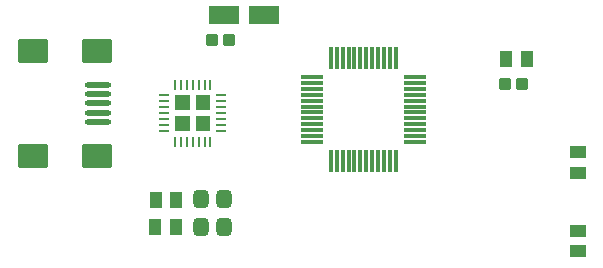
<source format=gtp>
G04*
G04 #@! TF.GenerationSoftware,Altium Limited,Altium Designer,20.2.5 (213)*
G04*
G04 Layer_Color=8421504*
%FSLAX44Y44*%
%MOMM*%
G71*
G04*
G04 #@! TF.SameCoordinates,3C0D8923-7957-4DC4-8908-925B2C91420C*
G04*
G04*
G04 #@! TF.FilePolarity,Positive*
G04*
G01*
G75*
G04:AMPARAMS|DCode=14|XSize=0.3mm|YSize=1.9mm|CornerRadius=0.015mm|HoleSize=0mm|Usage=FLASHONLY|Rotation=90.000|XOffset=0mm|YOffset=0mm|HoleType=Round|Shape=RoundedRectangle|*
%AMROUNDEDRECTD14*
21,1,0.3000,1.8700,0,0,90.0*
21,1,0.2700,1.9000,0,0,90.0*
1,1,0.0300,0.9350,0.1350*
1,1,0.0300,0.9350,-0.1350*
1,1,0.0300,-0.9350,-0.1350*
1,1,0.0300,-0.9350,0.1350*
%
%ADD14ROUNDEDRECTD14*%
G04:AMPARAMS|DCode=15|XSize=0.3mm|YSize=1.9mm|CornerRadius=0.015mm|HoleSize=0mm|Usage=FLASHONLY|Rotation=180.000|XOffset=0mm|YOffset=0mm|HoleType=Round|Shape=RoundedRectangle|*
%AMROUNDEDRECTD15*
21,1,0.3000,1.8700,0,0,180.0*
21,1,0.2700,1.9000,0,0,180.0*
1,1,0.0300,-0.1350,0.9350*
1,1,0.0300,0.1350,0.9350*
1,1,0.0300,0.1350,-0.9350*
1,1,0.0300,-0.1350,-0.9350*
%
%ADD15ROUNDEDRECTD15*%
G04:AMPARAMS|DCode=16|XSize=2.5mm|YSize=2mm|CornerRadius=0.1mm|HoleSize=0mm|Usage=FLASHONLY|Rotation=180.000|XOffset=0mm|YOffset=0mm|HoleType=Round|Shape=RoundedRectangle|*
%AMROUNDEDRECTD16*
21,1,2.5000,1.8000,0,0,180.0*
21,1,2.3000,2.0000,0,0,180.0*
1,1,0.2000,-1.1500,0.9000*
1,1,0.2000,1.1500,0.9000*
1,1,0.2000,1.1500,-0.9000*
1,1,0.2000,-1.1500,-0.9000*
%
%ADD16ROUNDEDRECTD16*%
%ADD17O,2.2500X0.5000*%
%ADD18R,0.2540X0.9000*%
%ADD19R,0.9000X0.2540*%
G04:AMPARAMS|DCode=20|XSize=1.1mm|YSize=1.4mm|CornerRadius=0.055mm|HoleSize=0mm|Usage=FLASHONLY|Rotation=90.000|XOffset=0mm|YOffset=0mm|HoleType=Round|Shape=RoundedRectangle|*
%AMROUNDEDRECTD20*
21,1,1.1000,1.2900,0,0,90.0*
21,1,0.9900,1.4000,0,0,90.0*
1,1,0.1100,0.6450,0.4950*
1,1,0.1100,0.6450,-0.4950*
1,1,0.1100,-0.6450,-0.4950*
1,1,0.1100,-0.6450,0.4950*
%
%ADD20ROUNDEDRECTD20*%
G04:AMPARAMS|DCode=21|XSize=1.1mm|YSize=1.4mm|CornerRadius=0.055mm|HoleSize=0mm|Usage=FLASHONLY|Rotation=0.000|XOffset=0mm|YOffset=0mm|HoleType=Round|Shape=RoundedRectangle|*
%AMROUNDEDRECTD21*
21,1,1.1000,1.2900,0,0,0.0*
21,1,0.9900,1.4000,0,0,0.0*
1,1,0.1100,0.4950,-0.6450*
1,1,0.1100,-0.4950,-0.6450*
1,1,0.1100,-0.4950,0.6450*
1,1,0.1100,0.4950,0.6450*
%
%ADD21ROUNDEDRECTD21*%
G04:AMPARAMS|DCode=22|XSize=0.95mm|YSize=0.95mm|CornerRadius=0.0475mm|HoleSize=0mm|Usage=FLASHONLY|Rotation=180.000|XOffset=0mm|YOffset=0mm|HoleType=Round|Shape=RoundedRectangle|*
%AMROUNDEDRECTD22*
21,1,0.9500,0.8550,0,0,180.0*
21,1,0.8550,0.9500,0,0,180.0*
1,1,0.0950,-0.4275,0.4275*
1,1,0.0950,0.4275,0.4275*
1,1,0.0950,0.4275,-0.4275*
1,1,0.0950,-0.4275,-0.4275*
%
%ADD22ROUNDEDRECTD22*%
%ADD23R,2.5000X1.5000*%
G04:AMPARAMS|DCode=24|XSize=1.5mm|YSize=1.3mm|CornerRadius=0.325mm|HoleSize=0mm|Usage=FLASHONLY|Rotation=90.000|XOffset=0mm|YOffset=0mm|HoleType=Round|Shape=RoundedRectangle|*
%AMROUNDEDRECTD24*
21,1,1.5000,0.6500,0,0,90.0*
21,1,0.8500,1.3000,0,0,90.0*
1,1,0.6500,0.3250,0.4250*
1,1,0.6500,0.3250,-0.4250*
1,1,0.6500,-0.3250,-0.4250*
1,1,0.6500,-0.3250,0.4250*
%
%ADD24ROUNDEDRECTD24*%
G36*
X153413Y161770D02*
Y174265D01*
X165940D01*
Y161770D01*
X153413D01*
D02*
G37*
G36*
X153415Y179270D02*
Y191795D01*
X165940D01*
Y179270D01*
X153415D01*
D02*
G37*
G36*
X170941Y161770D02*
Y174269D01*
X183440D01*
Y161770D01*
X170941D01*
D02*
G37*
G36*
X170944Y179270D02*
Y191795D01*
X183440D01*
Y179270D01*
X170944D01*
D02*
G37*
D14*
X356390Y207370D02*
D03*
Y202370D02*
D03*
Y197370D02*
D03*
Y192370D02*
D03*
Y187370D02*
D03*
Y182370D02*
D03*
Y177370D02*
D03*
Y172370D02*
D03*
Y167370D02*
D03*
Y162370D02*
D03*
Y157370D02*
D03*
Y152370D02*
D03*
X269390Y207370D02*
D03*
Y202370D02*
D03*
Y197370D02*
D03*
Y192370D02*
D03*
Y187370D02*
D03*
Y182370D02*
D03*
Y177370D02*
D03*
Y172370D02*
D03*
Y167370D02*
D03*
Y162370D02*
D03*
Y157370D02*
D03*
Y152370D02*
D03*
D15*
X285390Y136370D02*
D03*
X290390D02*
D03*
X295390D02*
D03*
X300390D02*
D03*
X305390D02*
D03*
X310390D02*
D03*
X315390D02*
D03*
X320390D02*
D03*
X325390D02*
D03*
X330390D02*
D03*
X335390D02*
D03*
X340390D02*
D03*
Y223370D02*
D03*
X285390D02*
D03*
X290390D02*
D03*
X295390D02*
D03*
X300390D02*
D03*
X305390D02*
D03*
X310390D02*
D03*
X315390D02*
D03*
X320390D02*
D03*
X325390D02*
D03*
X330390D02*
D03*
X335390D02*
D03*
D16*
X32850Y229540D02*
D03*
X87350D02*
D03*
X32850Y140540D02*
D03*
X87350D02*
D03*
D17*
X88600Y201040D02*
D03*
Y193040D02*
D03*
Y185040D02*
D03*
Y177040D02*
D03*
Y169040D02*
D03*
D18*
X183440Y200770D02*
D03*
X178440D02*
D03*
X173440D02*
D03*
X168440D02*
D03*
X163440D02*
D03*
X158440D02*
D03*
X153440D02*
D03*
Y152770D02*
D03*
X158440D02*
D03*
X163440D02*
D03*
X168440D02*
D03*
X173440D02*
D03*
X178440D02*
D03*
X183440D02*
D03*
D19*
X144440Y191770D02*
D03*
Y186770D02*
D03*
Y181770D02*
D03*
Y176770D02*
D03*
Y171770D02*
D03*
Y166770D02*
D03*
Y161770D02*
D03*
X192440D02*
D03*
Y166770D02*
D03*
Y171770D02*
D03*
Y176770D02*
D03*
Y181770D02*
D03*
Y186770D02*
D03*
Y191770D02*
D03*
D20*
X495000Y77190D02*
D03*
Y59690D02*
D03*
Y143750D02*
D03*
Y126250D02*
D03*
D21*
X451380Y222730D02*
D03*
X433880D02*
D03*
X136991Y103650D02*
D03*
X154490D02*
D03*
X136840Y80590D02*
D03*
X154340D02*
D03*
D22*
X447480Y201140D02*
D03*
X432980D02*
D03*
X199500Y239000D02*
D03*
X185000D02*
D03*
D23*
X229000Y260000D02*
D03*
X195000D02*
D03*
D24*
X194610Y104110D02*
D03*
X175610D02*
D03*
Y80130D02*
D03*
X194610D02*
D03*
M02*

</source>
